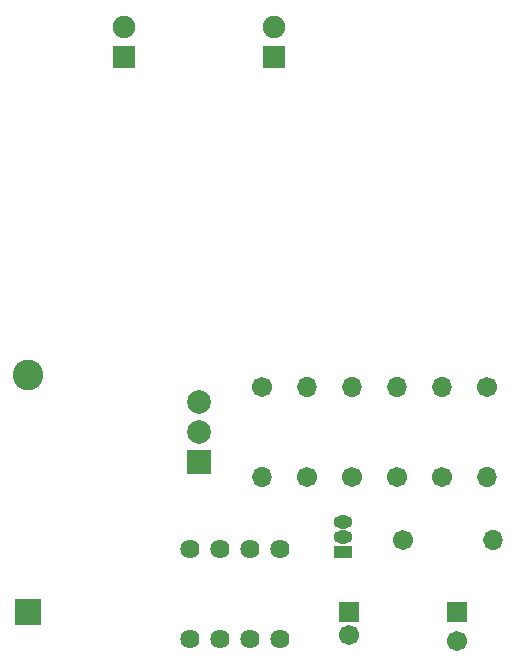
<source format=gbs>
%TF.GenerationSoftware,KiCad,Pcbnew,(5.1.6)-1*%
%TF.CreationDate,2020-08-19T23:20:37-05:00*%
%TF.ProjectId,555_badge,3535355f-6261-4646-9765-2e6b69636164,m01*%
%TF.SameCoordinates,Original*%
%TF.FileFunction,Soldermask,Bot*%
%TF.FilePolarity,Negative*%
%FSLAX46Y46*%
G04 Gerber Fmt 4.6, Leading zero omitted, Abs format (unit mm)*
G04 Created by KiCad (PCBNEW (5.1.6)-1) date 2020-08-19 23:20:37*
%MOMM*%
%LPD*%
G01*
G04 APERTURE LIST*
%ADD10C,1.625600*%
%ADD11R,2.271600X2.271600*%
%ADD12C,2.601600*%
%ADD13R,1.701600X1.701600*%
%ADD14C,1.701600*%
%ADD15R,1.901600X1.901600*%
%ADD16C,1.901600*%
%ADD17O,1.601600X1.101600*%
%ADD18R,1.601600X1.101600*%
%ADD19O,1.701600X1.701600*%
%ADD20R,2.001600X2.001600*%
%ADD21C,2.001600*%
G04 APERTURE END LIST*
D10*
%TO.C,U1*%
X160782000Y-116586000D03*
X153162000Y-124206000D03*
X155702000Y-124206000D03*
X158242000Y-124206000D03*
X160782000Y-124206000D03*
X158242000Y-116586000D03*
X155702000Y-116586000D03*
X153162000Y-116586000D03*
%TD*%
D11*
%TO.C,BAT1*%
X139446000Y-121920000D03*
D12*
X139446000Y-101920000D03*
%TD*%
D13*
%TO.C,C1*%
X166624000Y-121920000D03*
D14*
X166624000Y-123920000D03*
%TD*%
D13*
%TO.C,C2*%
X175768000Y-121920000D03*
D14*
X175768000Y-124420000D03*
%TD*%
D15*
%TO.C,D1*%
X147574000Y-74930000D03*
D16*
X147574000Y-72390000D03*
%TD*%
%TO.C,D2*%
X160274000Y-72390000D03*
D15*
X160274000Y-74930000D03*
%TD*%
D17*
%TO.C,Q1*%
X166116000Y-115570000D03*
X166116000Y-114300000D03*
D18*
X166116000Y-116840000D03*
%TD*%
D14*
%TO.C,R1*%
X159258000Y-102870000D03*
D19*
X159258000Y-110490000D03*
%TD*%
%TO.C,R2*%
X163068000Y-102870000D03*
D14*
X163068000Y-110490000D03*
%TD*%
%TO.C,R3*%
X174498000Y-110490000D03*
D19*
X174498000Y-102870000D03*
%TD*%
%TO.C,R4*%
X178308000Y-110490000D03*
D14*
X178308000Y-102870000D03*
%TD*%
%TO.C,R5*%
X171196000Y-115824000D03*
D19*
X178816000Y-115824000D03*
%TD*%
%TO.C,R6*%
X166878000Y-102870000D03*
D14*
X166878000Y-110490000D03*
%TD*%
%TO.C,R7*%
X170688000Y-110490000D03*
D19*
X170688000Y-102870000D03*
%TD*%
D20*
%TO.C,S1*%
X153924000Y-109220000D03*
D21*
X153924000Y-106720000D03*
X153924000Y-104220000D03*
%TD*%
M02*

</source>
